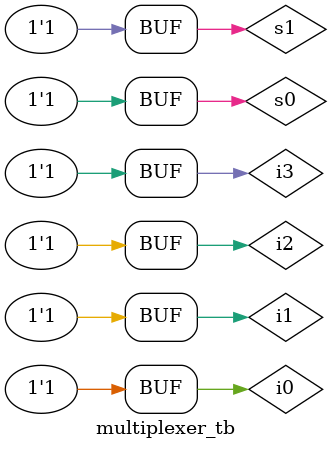
<source format=v>
module multiplexer_tb;
  reg i0, i1, i2, i3, s0, s1;
  wire y;
  multiplexer m(i0, i1, i2, i3, s0, s1, y);
  
  initial begin
    s1 = 0; s0 = 0; i0 = 0; i1 = 0; i2 = 0; i3 = 0;
    #10 s1 = 0; s0 = 0; i0 = 1;
    #10 s1 = 0; s0 = 1; i1 = 0;
    #10 s1 = 0; s0 = 1; i1 = 1;
    #10 s1 = 1; s0 = 0; i2 = 0;
    #10 s1 = 1; s0 = 0; i2 = 1;
    #10 s1 = 1; s0 = 1; i3 = 0;
    #10 s1 = 1; s0 = 1; i3 = 1;
  end
  
  initial begin
    $monitor("s1=%b s0=%b i0=%b i1=%b i2=%b i3=%b y=%b", s1, s0, i0, i1, i2, i3, y);
  end
endmodule

</source>
